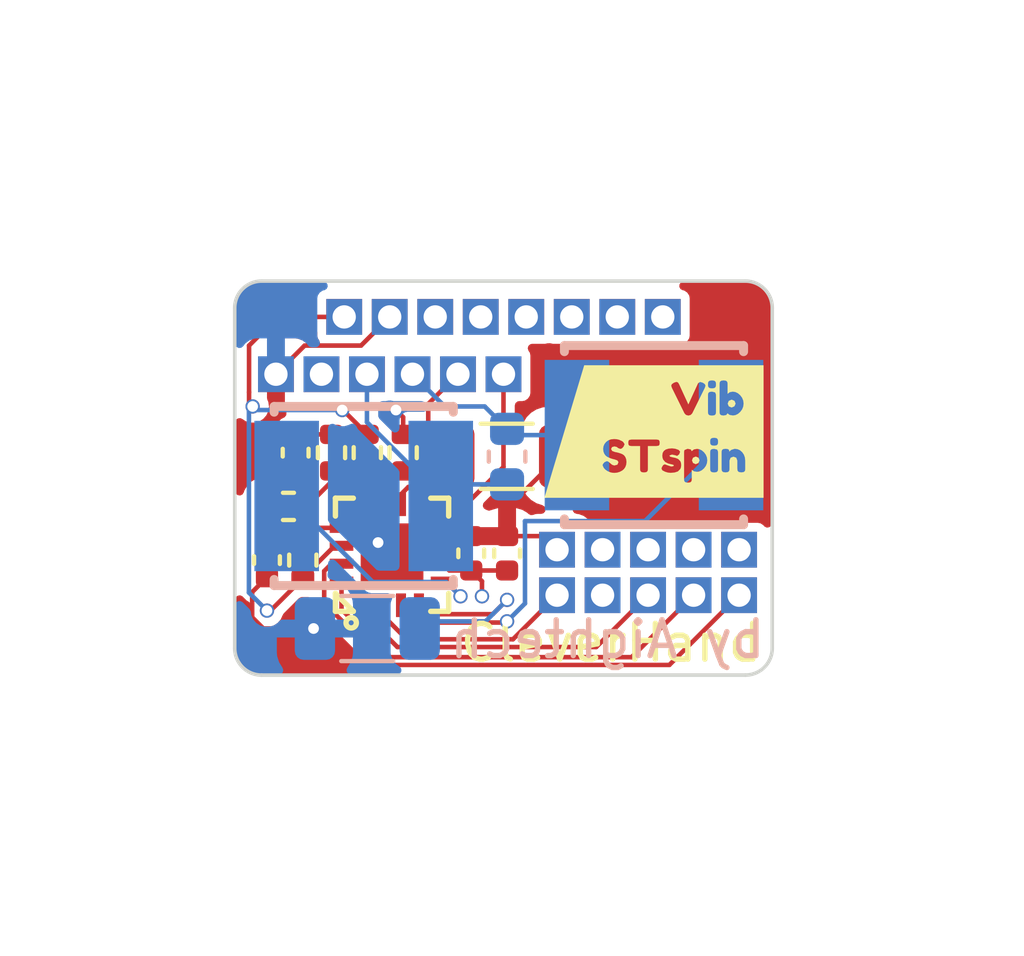
<source format=kicad_pcb>
(kicad_pcb (version 20240108) (generator "pcbnew") (generator_version "8.0")
  (title_block (title "EMG ADS1293") (date "2024-03-30") (rev "1.0") (company "Aightech"))
  (layers (0 "F.Cu" signal "Front") (1 "In1.Cu" signal) (2 "In2.Cu" signal) (31 "B.Cu" signal "Back") (34 "B.Paste" user) (35 "F.Paste" user) (36 "B.SilkS" user "B.Silkscreen") (37 "F.SilkS" user "F.Silkscreen") (38 "B.Mask" user) (39 "F.Mask" user) (44 "Edge.Cuts" user))
  (net 0 "")
  (net 1 "GND")
  (net 2 "+3.3V")
  (net 3 "/extRef")
  (net 5 "/POCI")
  (net 6 "/PICO")
  (net 7 "/SCLK")
  (net 8 "/CSB")
  (net 9 "VCC")
  (net 10 "Net-(C5-Pad1)")
  (net 11 "/OUTA2")
  (net 12 "/OUTA1")
  (net 13 "/SWCLK")
  (net 14 "/SWDIO")
  (net 15 "/OA1")
  (net 16 "/OA2")
  (net 17 "/OB1")
  (net 18 "/OB2")
  (net 19 "/senseA")
  (net 20 "/senseB")
  (net 21 "/toff")
  (net 22 "/Vref")
  (net 23 "Net-(U3-EN\\FAULT)")
  (net 24 "/PICO_ARM")
  (net 25 "/SCLK_ARM")
  (net 26 "/SPICS_ARM")
  (net 27 "/i2C_SCL")
  (net 28 "/I2C_SDA")
  (net 29 "/AIN0")
  (footprint "Resistor_SMD:R_0402_1005Metric" (layer "F.Cu") (at 27.2 33.790001 90)
    (property "Reference" "R7" (hide yes))
    (property "Value" "1k" (hide yes))
    (fp_line (start -0.153641 -0.38) (end 0.153641 -0.38) (stroke (width 0.12)) (layer "F.SilkS"))
    (fp_line (start -0.153641 0.38) (end 0.153641 0.38) (stroke (width 0.12)) (layer "F.SilkS"))
    (pad "1" smd roundrect (at -0.509999 0 90) (size 0.54 0.64) (layers "F.Cu" "F.Paste" "F.Mask") (net 22 "/Vref"))
    (pad "2" smd roundrect (at 0.509999 0 90) (size 0.54 0.64) (layers "F.Cu" "F.Paste" "F.Mask") (net 1 "GND"))
  )
  (footprint "Resistor_SMD:R_0402_1005Metric" (layer "F.Cu") (at 24.4 36.790001 -90)
    (property "Reference" "R5" (hide yes))
    (property "Value" "18k" (hide yes))
    (fp_line (start -0.153641 0.38) (end 0.153641 0.38) (stroke (width 0.12)) (layer "F.SilkS"))
    (fp_line (start -0.153641 -0.38) (end 0.153641 -0.38) (stroke (width 0.12)) (layer "F.SilkS"))
    (pad "1" smd roundrect (at -0.509999 0 270) (size 0.54 0.64) (layers "F.Cu" "F.Paste" "F.Mask") (net 23 "Net-(U3-EN\\FAULT)"))
    (pad "2" smd roundrect (at 0.509999 0 270) (size 0.54 0.64) (layers "F.Cu" "F.Paste" "F.Mask") (net 2 "+3.3V"))
  )
  (footprint "00_custom-footprints:PinHeader_1x01_P1.27mm_Vertical" (layer "F.Cu") (at 34.445 30)
    (property "Reference" "J8" (hide yes))
    (property "Value" "Conn_01x01_Pin" (hide yes))
    (pad "1" thru_hole rect (at 0 0) (size 1 1) (drill 0.65) (layers "*.Cu" "*.Mask") (net 3 "/extRef"))
  )
  (footprint "Resistor_SMD:R_0402_1005Metric" (layer "F.Cu") (at 25.2 33.790001 90)
    (property "Reference" "R3" (hide yes))
    (property "Value" "1k" (hide yes))
    (fp_line (start -0.153641 -0.38) (end 0.153641 -0.38) (stroke (width 0.12)) (layer "F.SilkS"))
    (fp_line (start -0.153641 0.38) (end 0.153641 0.38) (stroke (width 0.12)) (layer "F.SilkS"))
    (pad "1" smd roundrect (at -0.509999 0 90) (size 0.54 0.64) (layers "F.Cu" "F.Paste" "F.Mask") (net 21 "/toff"))
    (pad "2" smd roundrect (at 0.509999 0 90) (size 0.54 0.64) (layers "F.Cu" "F.Paste" "F.Mask") (net 10 "Net-(C5-Pad1)"))
  )
  (footprint "00_custom-footprints:PinHeader_1x01_P1.27mm_Vertical" (layer "F.Cu") (at 24.92 31.6)
    (property "Reference" "J23" (hide yes))
    (property "Value" "Conn_01x01_Pin")
    (pad "1" thru_hole rect (at 0 0) (size 1 1) (drill 0.65) (layers "*.Cu" "*.Mask") (net 9 "VCC"))
  )
  (footprint "00_custom-footprints:PinHeader_1x01_P1.27mm_Vertical" (layer "F.Cu") (at 28.73 31.6)
    (property "Reference" "J21" (hide yes))
    (property "Value" "Conn_01x01_Pin" (hide yes))
    (pad "1" thru_hole rect (at 0 0) (size 1 1) (drill 0.65) (layers "*.Cu" "*.Mask") (net 17 "/OB1"))
  )
  (footprint "00_custom-footprints:PinHeader_1x01_P1.27mm_Vertical" (layer "F.Cu") (at 30.635 30)
    (property "Reference" "J5" (hide yes))
    (property "Value" "Conn_01x01_Pin" (hide yes))
    (pad "1" thru_hole rect (at 0 0) (size 1 1) (drill 0.65) (layers "*.Cu" "*.Mask") (net 6 "/PICO"))
  )
  (footprint "00_custom-footprints:PinHeader_1x01_P1.27mm_Vertical" (layer "F.Cu") (at 31.495 37.77)
    (property "Reference" "J16" (hide yes))
    (property "Value" "Conn_01x01_Pin" (hide yes))
    (pad "1" thru_hole rect (at 0 0) (size 1 1) (drill 0.65) (layers "*.Cu" "*.Mask") (net 29 "/AIN0"))
  )
  (footprint "00_custom-footprints:PinHeader_1x01_P1.27mm_Vertical" (layer "F.Cu") (at 25.555 30)
    (property "Reference" "J1" (hide yes))
    (property "Value" "Conn_01x01_Pin" (hide yes))
    (pad "1" thru_hole rect (at 0 0) (size 1 1) (drill 0.65) (layers "*.Cu" "*.Mask") (net 2 "+3.3V"))
  )
  (footprint "Capacitor_SMD:C_0402_1005Metric" (layer "F.Cu") (at 29.1 36.6 90)
    (property "Reference" "C3" (hide yes))
    (property "Value" "2.2uF" (hide yes))
    (fp_line (start -0.107836 -0.36) (end 0.107836 -0.36) (stroke (width 0.12)) (layer "F.SilkS"))
    (fp_line (start -0.107836 0.36) (end 0.107836 0.36) (stroke (width 0.12)) (layer "F.SilkS"))
    (pad "1" smd roundrect (at -0.48 0 90) (size 0.56 0.62) (layers "F.Cu" "F.Paste" "F.Mask") (net 9 "VCC"))
    (pad "2" smd roundrect (at 0.48 0 90) (size 0.56 0.62) (layers "F.Cu" "F.Paste" "F.Mask") (net 1 "GND"))
  )
  (footprint "kibuzzard-66089A17" (layer "F.Cu") (at 34.2 33.2)
    (property "Reference" "kibuzzard-66089A17" (hide yes))
    (property "Value" "G***" (hide yes))
    (fp_poly (pts (xy 1.087573 0.731561) (xy 1.058794 0.805383) (xy 1.088198 0.87858) (xy 1.163272 0.911738) (xy 1.240848 0.879206) (xy 1.272755 0.805383) (xy 1.242725 0.730935) (xy 1.164523 0.697777) (xy 1.087573 0.731561)) (fill solid) (layer "F.SilkS"))
    (fp_poly (pts (xy 2.086634 -0.703345) (xy 2.164739 -0.669055) (xy 2.244749 -0.703345) (xy 2.277769 -0.779545) (xy 2.247289 -0.85638) (xy 2.166009 -0.891305) (xy 2.085364 -0.855745) (xy 2.055519 -0.77891) (xy 2.086634 -0.703345)) (fill solid) (layer "F.SilkS"))
    (fp_poly (pts (xy -1.43491 -1.850579) (xy -1.94754 -1.850579) (xy -3.057888 1.850579) (xy -1.94754 1.850579) (xy -1.43491 1.850579) (xy -1.102083 1.850579) (xy -1.102083 1.154477) (xy -1.159326 1.15088) (xy -1.213442 1.140088) (xy -1.298526 1.104428) (xy -1.354831 1.065014) (xy -1.391117 1.026851) (xy -1.402378 1.013088) (xy -1.43491 0.941142) (xy -1.421459 0.904074) (xy -1.381107 0.856684) (xy -1.314792 0.826654) (xy -1.272876 0.842295) (xy -1.217196 0.889216) (xy -1.167147 0.929881) (xy -1.107087 0.949275) (xy -1.019814 0.925502) (xy -0.990723 0.854181) (xy -1.022629 0.806009) (xy -1.102083 0.777856) (xy -1.151506 0.766439) (xy -1.204684 0.749704) (xy -1.257861 0.728589) (xy -1.307285 0.704034) (xy -1.350921 0.670094) (xy -1.386738 0.620827) (xy -1.410668 0.558109) (xy -1.418644 0.483817) (xy -1.409538 0.413539) (xy -1.382219 0.349518) (xy -1.336688 0.291753) (xy -1.275448 0.246222) (xy -1.200999 0.218903) (xy -1.113344 0.209797) (xy -1.041554 0.214646) (xy -0.976334 0.229191) (xy -0.890624 0.268605) (xy -0.859344 0.292378) (xy -0.820555 0.353689) (xy -0.850585 0.422506) (xy -0.893752 0.469428) (xy -0.938171 0.485068) (xy -1.003235 0.460043) (xy -1.017624 0.447531) (xy -1.037019 0.431265) (xy -1.103959 0.414999) (xy -1.171526 0.434393) (xy -1.198427 0.488196) (xy -1.166521 0.543876) (xy -1.087068 0.572654) (xy -1.037331 0.582195) (xy -0.983216 0.595802) (xy -0.9291 0.613163) (xy -0.879363 0.633965) (xy -0.835727 0.664776) (xy -0.79991 0.712167) (xy -0.77598 0.774259) (xy -0.768004 0.849176) (xy -0.776137 0.925658) (xy -0.800536 0.992442) (xy -0.838073 1.04734) (xy -0.885619 1.088162) (xy -0.954715 1.125003) (xy -1.02687 1.147109) (xy -1.102083 1.154477) (xy -1.102083 1.850579) (xy -0.280023 1.850579) (xy -0.280023 1.141965) (xy -0.341959 1.134457) (xy -0.374491 1.108807) (xy -0.385752 1.076275) (xy -0.387629 1.033107) (xy -0.387629 0.404989) (xy -0.627866 0.404989) (xy -0.686674 0.395605) (xy -0.711698 0.366201) (xy -0.717954 0.313649) (xy -0.711698 0.261723) (xy -0.690427 0.234822) (xy -0.626615 0.223561) (xy 0.06907 0.223561) (xy 0.127878 0.232945) (xy 0.152903 0.262349) (xy 0.159159 0.314901) (xy 0.152903 0.366827) (xy 0.131632 0.393728) (xy 0.067819 0.404989) (xy -0.171166 0.404989) (xy -0.171166 1.034359) (xy -0.173043 1.076901) (xy -0.184304 1.108807) (xy -0.217462 1.134457) (xy -0.280023 1.141965) (xy -0.280023 1.850579) (xy 0.465085 1.850579) (xy 0.465085 1.153226) (xy 0.385632 1.14544) (xy 0.308264 1.122084) (xy 0.232981 1.083157) (xy 0.209208 1.03561) (xy 0.221095 0.994632) (xy 0.256755 0.936763) (xy 0.301174 0.915492) (xy 0.384381 0.946147) (xy 0.479474 0.976802) (xy 0.536718 0.969295) (xy 0.555799 0.946772) (xy 0.534841 0.926127) (xy 0.471967 0.911738) (xy 0.393452 0.891405) (xy 0.315563 0.85293) (xy 0.255504 0.782236) (xy 0.237674 0.729527) (xy 0.23173 0.667748) (xy 0.242591 0.596578) (xy 0.275173 0.541223) (xy 0.329476 0.501684) (xy 0.405501 0.477961) (xy 0.503248 0.470053) (xy 0.593336 0.480689) (xy 0.685927 0.512595) (xy 0.72972 0.562644) (xy 0.702193 0.636467) (xy 0.645888 0.68026) (xy 0.590208 0.661492) (xy 0.501996 0.642723) (xy 0.428174 0.67025) (xy 0.449445 0.701218) (xy 0.513257 0.719048) (xy 0.594587 0.735314) (xy 0.673415 0.766595) (xy 0.7341 0.82728) (xy 0.752399 0.875922) (xy 0.758499 0.935511) (xy 0.752399 0.995727) (xy 0.7341 1.046245) (xy 0.665908 1.114438) (xy 0.575663 1.143529) (xy 0.465085 1.153226) (xy 0.465085 1.850579) (xy 0.947435 1.850579) (xy 0.947435 1.427245) (xy 0.885499 1.419738) (xy 0.852967 1.394713) (xy 0.841706 1.363433) (xy 0.839829 1.320891) (xy 0.839829 0.590172) (xy 0.841706 0.54763) (xy 0.852341 0.516349) (xy 0.936174 0.482566) (xy 0.965859 0.488171) (xy 0.965859 -0.446805) (xy 0.953159 -0.446805) (xy 0.892834 -0.46395) (xy 0.850289 -0.509035) (xy 0.499769 -1.220235) (xy 0.480719 -1.281195) (xy 0.499452 -1.32374) (xy 0.555649 -1.362475) (xy 0.619784 -1.384065) (xy 0.653439 -1.378985) (xy 0.675029 -1.361205) (xy 0.695984 -1.32755) (xy 0.71297 -1.29199) (xy 0.744879 -1.22214) (xy 0.785678 -1.132447) (xy 0.829334 -1.037355) (xy 0.873149 -0.942264) (xy 0.914424 -0.85257) (xy 0.945698 -0.784784) (xy 0.959509 -0.755415) (xy 1.213509 -1.311675) (xy 1.231289 -1.349775) (xy 1.287169 -1.384065) (xy 1.362099 -1.362475) (xy 1.418297 -1.32374) (xy 1.437029 -1.281195) (xy 1.417979 -1.220235) (xy 1.067459 -0.509035) (xy 1.024914 -0.46395) (xy 0.965859 -0.446805) (xy 0.965859 0.488171) (xy 1.025637 0.499457) (xy 1.052538 0.548881) (xy 1.113692 0.500083) (xy 1.20206 0.483817) (xy 1.268862 0.494522) (xy 1.333301 0.526637) (xy 1.395376 0.580162) (xy 1.44612 0.647867) (xy 1.476567 0.722524) (xy 1.486715 0.804132) (xy 1.476636 0.88574) (xy 1.446398 0.960397) (xy 1.396001 1.028103) (xy 1.334204 1.081627) (xy 1.269766 1.113742) (xy 1.202686 1.124447) (xy 1.114161 1.110058) (xy 1.053789 1.066891) (xy 1.053789 1.319639) (xy 1.051913 1.362181) (xy 1.040651 1.394088) (xy 1.008745 1.419738) (xy 0.947435 1.427245) (xy 0.947435 1.850579) (xy 1.676903 1.850579) (xy 1.676903 1.141965) (xy 1.613403 1.133519) (xy 1.580558 1.108181) (xy 1.569922 1.075649) (xy 1.568046 1.031856) (xy 1.568046 0.592674) (xy 1.569922 0.549506) (xy 1.580558 0.516349) (xy 1.613715 0.49195) (xy 1.677528 0.483896) (xy 1.677528 0.393728) (xy 1.614341 0.386221) (xy 1.581183 0.359945) (xy 1.569922 0.326787) (xy 1.568046 0.28362) (xy 1.569922 0.240452) (xy 1.580558 0.208546) (xy 1.613715 0.183208) (xy 1.617369 0.18273) (xy 1.617369 -0.445535) (xy 1.552917 -0.454108) (xy 1.519579 -0.479825) (xy 1.508784 -0.512845) (xy 1.506879 -0.557295) (xy 1.506879 -1.003065) (xy 1.508784 -1.04688) (xy 1.519579 -1.080535) (xy 1.553234 -1.1053) (xy 1.618004 -1.113475) (xy 1.618004 -1.204995) (xy 1.553869 -1.212615) (xy 1.520214 -1.239285) (xy 1.508784 -1.27294) (xy 1.506879 -1.316755) (xy 1.508784 -1.36057) (xy 1.519579 -1.392955) (xy 1.553234 -1.418673) (xy 1.618639 -1.427245) (xy 1.682774 -1.418673) (xy 1.715159 -1.392955) (xy 1.727224 -1.3593) (xy 1.729129 -1.315485) (xy 1.727224 -1.27167) (xy 1.715794 -1.23865) (xy 1.682139 -1.212615) (xy 1.618004 -1.204995) (xy 1.618004 -1.113475) (xy 1.618639 -1.113555) (xy 1.704999 -1.091965) (xy 1.727859 -1.037355) (xy 1.729129 -1.000525) (xy 1.729129 -0.556025) (xy 1.727224 -0.51221) (xy 1.715159 -0.478555) (xy 1.682457 -0.45379) (xy 1.617369 -0.445535) (xy 1.617369 0.18273) (xy 1.678154 0.174763) (xy 1.741341 0.183208) (xy 1.773248 0.208546) (xy 1.785134 0.241704) (xy 1.787011 0.284871) (xy 1.785134 0.328038) (xy 1.773873 0.360571) (xy 1.740715 0.386221) (xy 1.677528 0.393728) (xy 1.677528 0.483896) (xy 1.678154 0.483817) (xy 1.763238 0.505088) (xy 1.78576 0.558891) (xy 1.787011 0.595176) (xy 1.787011 1.033107) (xy 1.785134 1.076275) (xy 1.773248 1.109433) (xy 1.741028 1.133832) (xy 1.676903 1.141965) (xy 1.676903 1.850579) (xy 2.435149 1.850579) (xy 2.435149 1.140713) (xy 2.36508 1.129139) (xy 2.332548 1.094418) (xy 2.325041 1.030605) (xy 2.325041 0.810388) (xy 2.295637 0.730309) (xy 2.216809 0.701531) (xy 2.13673 0.731561) (xy 2.106075 0.810388) (xy 2.106075 1.031856) (xy 2.104198 1.075024) (xy 2.092312 1.10693) (xy 2.060092 1.132268) (xy 1.995967 1.140713) (xy 1.932467 1.132268) (xy 1.899622 1.10693) (xy 1.888986 1.073772) (xy 1.88711 1.030605) (xy 1.88711 0.587669) (xy 1.888986 0.545753) (xy 1.900873 0.513846) (xy 1.933718 0.490386) (xy 1.941219 0.489462) (xy 1.941219 -0.446805) (xy 1.876767 -0.455378) (xy 1.843429 -0.481095) (xy 1.832634 -0.51475) (xy 1.830729 -0.558565) (xy 1.830729 -1.316755) (xy 1.832634 -1.36057) (xy 1.843429 -1.392955) (xy 1.877084 -1.418673) (xy 1.942489 -1.427245) (xy 2.006624 -1.418673) (xy 2.039009 -1.392955) (xy 2.051074 -1.3593) (xy 2.052979 -1.315485) (xy 2.052979 -1.051325) (xy 2.114574 -1.097998) (xy 2.197759 -1.113555) (xy 2.271066 -1.102408) (xy 2.340281 -1.068964) (xy 2.405404 -1.013225) (xy 2.457968 -0.94274) (xy 2.489506 -0.865059) (xy 2.500019 -0.78018) (xy 2.489577 -0.695373) (xy 2.45825 -0.617903) (xy 2.406039 -0.54777) (xy 2.341834 -0.492384) (xy 2.274524 -0.459153) (xy 2.204109 -0.448075) (xy 2.111717 -0.463315) (xy 2.050439 -0.509035) (xy 2.018054 -0.462363) (xy 1.941219 -0.446805) (xy 1.941219 0.489462) (xy 1.997218 0.482566) (xy 2.058841 0.48976) (xy 2.09106 0.511344) (xy 2.103573 0.562644) (xy 2.126095 0.53762) (xy 2.159878 0.511344) (xy 2.25372 0.482566) (xy 2.332478 0.493201) (xy 2.401922 0.525107) (xy 2.46205 0.578285) (xy 2.508277 0.646755) (xy 2.536012 0.72454) (xy 2.545257 0.811639) (xy 2.545257 1.031856) (xy 2.543381 1.075024) (xy 2.532745 1.10693) (xy 2.499587 1.132268) (xy 2.435149 1.140713) (xy 2.435149 1.850579) (xy 2.545257 1.850579) (xy 3.057888 1.850579) (xy 3.057888 -1.850579) (xy 2.545257 -1.850579) (xy -1.43491 -1.850579)) (fill solid) (layer "F.SilkS"))
  )
  (footprint "00_custom-footprints:PinHeader_1x01_P1.27mm_Vertical" (layer "F.Cu") (at 31.495 36.5)
    (property "Reference" "J18" (hide yes))
    (property "Value" "Conn_01x01_Pin" (hide yes))
    (pad "1" thru_hole rect (at 0 0) (size 1 1) (drill 0.65) (layers "*.Cu" "*.Mask") (net 1 "GND"))
  )
  (footprint "00_custom-footprints:PinHeader_1x01_P1.27mm_Vertical" (layer "F.Cu") (at 36.575 36.5 180)
    (property "Reference" "J9" (hide yes))
    (property "Value" "Conn_01x01_Pin" (hide yes))
    (pad "1" thru_hole rect (at 0 0 180) (size 1 1) (drill 0.65) (layers "*.Cu" "*.Mask") (net 13 "/SWCLK"))
  )
  (footprint "00_custom-footprints:PinHeader_1x01_P1.27mm_Vertical" (layer "F.Cu") (at 26.825 30)
    (property "Reference" "J2" (hide yes))
    (property "Value" "Conn_01x01_Pin" (hide yes))
    (pad "1" thru_hole rect (at 0 0) (size 1 1) (drill 0.65) (layers "*.Cu" "*.Mask") (net 1 "GND"))
  )
  (footprint "00_custom-footprints:PinHeader_1x01_P1.27mm_Vertical" (layer "F.Cu") (at 30 31.6)
    (property "Reference" "J22" (hide yes))
    (property "Value" "Conn_01x01_Pin" (hide yes))
    (pad "1" thru_hole rect (at 0 0) (size 1 1) (drill 0.65) (layers "*.Cu" "*.Mask") (net 18 "/OB2"))
  )
  (footprint "00_custom-footprints:PinHeader_1x01_P1.27mm_Vertical" (layer "F.Cu") (at 33.175 30 180)
    (property "Reference" "J7" (hide yes))
    (property "Value" "Conn_01x01_Pin" (hide yes))
    (pad "1" thru_hole rect (at 0 0 180) (size 1 1) (drill 0.65) (layers "*.Cu" "*.Mask"))
  )
  (footprint "00_lcsc:QFN-16_L3.0-W3.0-P0.50-BL-EP1.7" (layer "F.Cu") (at 26.89 36.640001)
    (property "Reference" "U3" (hide yes))
    (property "Value" "STSPIN240" (hide yes))
    (fp_line (start -1.58 -1.58) (end -1.08 -1.58) (stroke (width 0.15)) (layer "F.SilkS"))
    (fp_line (start -1.58 -1.08) (end -1.58 -1.58) (stroke (width 0.15)) (layer "F.SilkS"))
    (fp_line (start -1.58 1.08) (end -1.58 1.58) (stroke (width 0.15)) (layer "F.SilkS"))
    (fp_line (start -1.58 1.58) (end -1.08 1.58) (stroke (width 0.15)) (layer "F.SilkS"))
    (fp_line (start -1.08 1.58) (end -1.58 1.08) (stroke (width 0.15)) (layer "F.SilkS"))
    (fp_line (start 1.58 -1.58) (end 1.08 -1.58) (stroke (width 0.15)) (layer "F.SilkS"))
    (fp_line (start 1.58 -1.08) (end 1.58 -1.58) (stroke (width 0.15)) (layer "F.SilkS"))
    (fp_line (start 1.58 1.08) (end 1.58 1.58) (stroke (width 0.15)) (layer "F.SilkS"))
    (fp_line (start 1.58 1.58) (end 1.08 1.58) (stroke (width 0.15)) (layer "F.SilkS"))
    (fp_circle (center -1.14 1.9) (end -1.07 1.9) (stroke (width 0.15)) (fill none) (layer "F.SilkS"))
    (pad "1" smd rect (at -0.75 1.41) (size 0.28 0.66) (layers "F.Cu" "F.Paste" "F.Mask") (net 26 "/SPICS_ARM"))
    (pad "2" smd rect (at -0.25 1.41) (size 0.28 0.66) (layers "F.Cu" "F.Paste" "F.Mask") (net 29 "/AIN0"))
    (pad "3" smd rect (at 0.25 1.41) (size 0.28 0.66) (layers "F.Cu" "F.Paste" "F.Mask") (net 15 "/OA1"))
    (pad "4" smd rect (at 0.75 1.41) (size 0.28 0.66) (layers "F.Cu" "F.Paste" "F.Mask") (net 19 "/senseA"))
    (pad "5" smd rect (at 1.41 0.75) (size 0.66 0.28) (layers "F.Cu" "F.Paste" "F.Mask") (net 16 "/OA2"))
    (pad "6" smd rect (at 1.41 0.25) (size 0.66 0.28) (layers "F.Cu" "F.Paste" "F.Mask") (net 9 "VCC"))
    (pad "7" smd rect (at 1.41 -0.25) (size 0.66 0.28) (layers "F.Cu" "F.Paste" "F.Mask") (net 1 "GND"))
    (pad "8" smd rect (at 1.41 -0.75) (size 0.66 0.28) (layers "F.Cu" "F.Paste" "F.Mask") (net 18 "/OB2"))
    (pad "9" smd rect (at 0.75 -1.41) (size 0.28 0.66) (layers "F.Cu" "F.Paste" "F.Mask") (net 20 "/senseB"))
    (pad "10" smd rect (at 0.25 -1.41) (size 0.28 0.66) (layers "F.Cu" "F.Paste" "F.Mask") (net 17 "/OB1"))
    (pad "11" smd rect (at -0.25 -1.41) (size 0.28 0.66) (layers "F.Cu" "F.Paste" "F.Mask") (net 22 "/Vref"))
    (pad "12" smd rect (at -0.75 -1.41) (size 0.28 0.66) (layers "F.Cu" "F.Paste" "F.Mask") (net 21 "/toff"))
    (pad "13" smd rect (at -1.41 -0.75) (size 0.66 0.28) (layers "F.Cu" "F.Paste" "F.Mask") (net 23 "Net-(U3-EN\\FAULT)"))
    (pad "14" smd rect (at -1.41 -0.25) (size 0.66 0.28) (layers "F.Cu" "F.Paste" "F.Mask") (net 2 "+3.3V"))
    (pad "15" smd rect (at -1.41 0.25) (size 0.66 0.28) (layers "F.Cu" "F.Paste" "F.Mask") (net 28 "/I2C_SDA"))
    (pad "16" smd rect (at -1.41 0.75) (size 0.66 0.28) (layers "F.Cu" "F.Paste" "F.Mask") (net 27 "/i2C_SCL"))
    (pad "17" smd rect (at 0 0) (size 1.75 1.75) (layers "F.Cu" "F.Paste" "F.Mask") (net 1 "GND"))
  )
  (footprint "00_custom-footprints:PinHeader_1x01_P1.27mm_Vertical" (layer "F.Cu") (at 28.095 30)
    (property "Reference" "J3" (hide yes))
    (property "Value" "Conn_01x01_Pin" (hide yes))
    (pad "1" thru_hole rect (at 0 0) (size 1 1) (drill 0.65) (layers "*.Cu" "*.Mask"))
  )
  (footprint "00_custom-footprints:PinHeader_1x01_P1.27mm_Vertical" (layer "F.Cu") (at 23.65 31.6)
    (property "Reference" "J24" (hide yes))
    (property "Value" "Conn_01x01_Pin")
    (pad "1" thru_hole rect (at 0 0) (size 1 1) (drill 0.65) (layers "*.Cu" "*.Mask") (net 1 "GND"))
  )
  (footprint "00_custom-footprints:PinHeader_1x01_P1.27mm_Vertical" (layer "F.Cu") (at 36.575 37.77)
    (property "Reference" "J15" (hide yes))
    (property "Value" "Conn_01x01_Pin" (hide yes))
    (pad "1" thru_hole rect (at 0 0) (size 1 1) (drill 0.65) (layers "*.Cu" "*.Mask") (net 28 "/I2C_SDA"))
  )
  (footprint "Capacitor_SMD:C_0402_1005Metric" (layer "F.Cu") (at 23.4 36.790001 -90)
    (property "Reference" "C6" (hide yes))
    (property "Value" "10nF" (hide yes))
    (fp_line (start -0.107836 0.36) (end 0.107836 0.36) (stroke (width 0.12)) (layer "F.SilkS"))
    (fp_line (start -0.107836 -0.36) (end 0.107836 -0.36) (stroke (width 0.12)) (layer "F.SilkS"))
    (pad "1" smd roundrect (at -0.48 0 270) (size 0.56 0.62) (layers "F.Cu" "F.Paste" "F.Mask") (net 23 "Net-(U3-EN\\FAULT)"))
    (pad "2" smd roundrect (at 0.48 0 270) (size 0.56 0.62) (layers "F.Cu" "F.Paste" "F.Mask") (net 1 "GND"))
  )
  (footprint "Capacitor_SMD:C_0402_1005Metric" (layer "F.Cu") (at 24.2 33.790001 -90)
    (property "Reference" "C5" (hide yes))
    (property "Value" "22nF" (hide yes))
    (fp_line (start -0.107836 0.36) (end 0.107836 0.36) (stroke (width 0.12)) (layer "F.SilkS"))
    (fp_line (start -0.107836 -0.36) (end 0.107836 -0.36) (stroke (width 0.12)) (layer "F.SilkS"))
    (pad "1" smd roundrect (at -0.48 0 270) (size 0.56 0.62) (layers "F.Cu" "F.Paste" "F.Mask") (net 10 "Net-(C5-Pad1)"))
    (pad "2" smd roundrect (at 0.48 0 270) (size 0.56 0.62) (layers "F.Cu" "F.Paste" "F.Mask") (net 1 "GND"))
  )
  (footprint "00_custom-footprints:PinHeader_1x01_P1.27mm_Vertical" (layer "F.Cu") (at 35.305 36.5 180)
    (property "Reference" "J10" (hide yes))
    (property "Value" "Conn_01x01_Pin" (hide yes))
    (pad "1" thru_hole rect (at 0 0 180) (size 1 1) (drill 0.65) (layers "*.Cu" "*.Mask") (net 14 "/SWDIO"))
  )
  (footprint "00_custom-footprints:PinHeader_1x01_P1.27mm_Vertical" (layer "F.Cu") (at 35.305 37.77)
    (property "Reference" "J14" (hide yes))
    (property "Value" "Conn_01x01_Pin" (hide yes))
    (pad "1" thru_hole rect (at 0 0) (size 1 1) (drill 0.65) (layers "*.Cu" "*.Mask") (net 27 "/i2C_SCL"))
  )
  (footprint "00_custom-footprints:PinHeader_1x01_P1.27mm_Vertical" (layer "F.Cu") (at 26.19 31.6)
    (property "Reference" "J20" (hide yes))
    (property "Value" "Conn_01x01_Pin" (hide yes))
    (pad "1" thru_hole rect (at 0 0) (size 1 1) (drill 0.65) (layers "*.Cu" "*.Mask") (net 11 "/OUTA2"))
  )
  (footprint "00_custom-footprints:PinHeader_1x01_P1.27mm_Vertical" (layer "F.Cu") (at 27.46 31.6)
    (property "Reference" "J19" (hide yes))
    (property "Value" "Conn_01x01_Pin" (hide yes))
    (pad "1" thru_hole rect (at 0 0) (size 1 1) (drill 0.65) (layers "*.Cu" "*.Mask") (net 12 "/OUTA1"))
  )
  (footprint "Resistor_SMD:R_0402_1005Metric" (layer "F.Cu") (at 24 35.290001 180)
    (property "Reference" "R4" (hide yes))
    (property "Value" "47k" (hide yes))
    (fp_line (start -0.153641 0.38) (end 0.153641 0.38) (stroke (width 0.12)) (layer "F.SilkS"))
    (fp_line (start -0.153641 -0.38) (end 0.153641 -0.38) (stroke (width 0.12)) (layer "F.SilkS"))
    (pad "1" smd roundrect (at -0.509999 0 180) (size 0.54 0.64) (layers "F.Cu" "F.Paste" "F.Mask") (net 21 "/toff"))
    (pad "2" smd roundrect (at 0.509999 0 180) (size 0.54 0.64) (layers "F.Cu" "F.Paste" "F.Mask") (net 1 "GND"))
  )
  (footprint "Resistor_SMD:R_0402_1005Metric" (layer "F.Cu") (at 26.2 33.790001 -90)
    (property "Reference" "R6" (hide yes))
    (property "Value" "1k" (hide yes))
    (fp_line (start -0.153641 0.38) (end 0.153641 0.38) (stroke (width 0.12)) (layer "F.SilkS"))
    (fp_line (start -0.153641 -0.38) (end 0.153641 -0.38) (stroke (width 0.12)) (layer "F.SilkS"))
    (pad "1" smd roundrect (at -0.509999 0 270) (size 0.54 0.64) (layers "F.Cu" "F.Paste" "F.Mask") (net 2 "+3.3V"))
    (pad "2" smd roundrect (at 0.509999 0 270) (size 0.54 0.64) (layers "F.Cu" "F.Paste" "F.Mask") (net 22 "/Vref"))
  )
  (footprint "00_custom-footprints:PinHeader_1x01_P1.27mm_Vertical" (layer "F.Cu") (at 32.765 36.5)
    (property "Reference" "J12" (hide yes))
    (property "Value" "Conn_01x01_Pin" (hide yes))
    (pad "1" thru_hole rect (at 0 0) (size 1 1) (drill 0.65) (layers "*.Cu" "*.Mask") (net 25 "/SCLK_ARM"))
  )
  (footprint "00_custom-footprints:PinHeader_1x01_P1.27mm_Vertical" (layer "F.Cu") (at 29.365 30)
    (property "Reference" "J4" (hide yes))
    (property "Value" "Conn_01x01_Pin" (hide yes))
    (pad "1" thru_hole rect (at 0 0) (size 1 1) (drill 0.65) (layers "*.Cu" "*.Mask") (net 5 "/POCI"))
  )
  (footprint "00_custom-footprints:PinHeader_1x01_P1.27mm_Vertical" (layer "F.Cu") (at 32.765 37.77)
    (property "Reference" "J17" (hide yes))
    (property "Value" "Conn_01x01_Pin" (hide yes))
    (pad "1" thru_hole rect (at 0 0) (size 1 1) (drill 0.65) (layers "*.Cu" "*.Mask") (net 8 "/CSB"))
  )
  (footprint "Capacitor_SMD:C_0402_1005Metric" (layer "F.Cu") (at 30.1 36.6 90)
    (property "Reference" "C4" (hide yes))
    (property "Value" "22uF" (hide yes))
    (fp_line (start -0.107836 -0.36) (end 0.107836 -0.36) (stroke (width 0.12)) (layer "F.SilkS"))
    (fp_line (start -0.107836 0.36) (end 0.107836 0.36) (stroke (width 0.12)) (layer "F.SilkS"))
    (pad "1" smd roundrect (at -0.48 0 90) (size 0.56 0.62) (layers "F.Cu" "F.Paste" "F.Mask") (net 9 "VCC"))
    (pad "2" smd roundrect (at 0.48 0 90) (size 0.56 0.62) (layers "F.Cu" "F.Paste" "F.Mask") (net 1 "GND"))
  )
  (footprint "00_custom-footprints:PinHeader_1x01_P1.27mm_Vertical" (layer "F.Cu") (at 31.905 30)
    (property "Reference" "J6" (hide yes))
    (property "Value" "Conn_01x01_Pin" (hide yes))
    (pad "1" thru_hole rect (at 0 0) (size 1 1) (drill 0.65) (layers "*.Cu" "*.Mask") (net 7 "/SCLK"))
  )
  (footprint "Resistor_SMD:R_1206_3216Metric" (layer "F.Cu") (at 30.09 33.892501)
    (property "Reference" "R2" (hide yes))
    (property "Value" "0.33" (hide yes))
    (fp_line (start -0.727064 -0.91) (end 0.727064 -0.91) (stroke (width 0.12)) (layer "F.SilkS"))
    (fp_line (start -0.727064 0.91) (end 0.727064 0.91) (stroke (width 0.12)) (layer "F.SilkS"))
    (pad "1" smd roundrect (at -1.4625 0) (size 1.125 1.75) (layers "F.Cu" "F.Paste" "F.Mask") (roundrect_rratio 0.222222) (net 20 "/senseB"))
    (pad "2" smd roundrect (at 1.4625 0) (size 1.125 1.75) (layers "F.Cu" "F.Paste" "F.Mask") (roundrect_rratio 0.222222) (net 1 "GND"))
  )
  (footprint "00_custom-footprints:PinHeader_1x01_P1.27mm_Vertical" (layer "F.Cu") (at 34.035 36.5 180)
    (property "Reference" "J11" (hide yes))
    (property "Value" "Conn_01x01_Pin" (hide yes))
    (pad "1" thru_hole rect (at 0 0 180) (size 1 1) (drill 0.65) (layers "*.Cu" "*.Mask") (net 24 "/PICO_ARM"))
  )
  (footprint "00_custom-footprints:PinHeader_1x01_P1.27mm_Vertical" (layer "F.Cu") (at 34.035 37.77)
    (property "Reference" "J13" (hide yes))
    (property "Value" "Conn_01x01_Pin" (hide yes))
    (pad "1" thru_hole rect (at 0 0) (size 1 1) (drill 0.65) (layers "*.Cu" "*.Mask") (net 26 "/SPICS_ARM"))
  )
  (footprint "Resistor_SMD:R_1206_3216Metric" (layer "B.Cu") (at 26.2 38.7)
    (property "Reference" "R1" (hide yes))
    (property "Value" "0.33" (hide yes))
    (fp_line (start 0.727064 -0.91) (end -0.727064 -0.91) (stroke (width 0.12)) (layer "B.SilkS"))
    (fp_line (start 0.727064 0.91) (end -0.727064 0.91) (stroke (width 0.12)) (layer "B.SilkS"))
    (pad "1" smd roundrect (at -1.4625 0) (size 1.125 1.75) (layers "B.Cu" "B.Paste" "B.Mask") (roundrect_rratio 0.222222) (net 1 "GND"))
    (pad "2" smd roundrect (at 1.4625 0) (size 1.125 1.75) (layers "B.Cu" "B.Paste" "B.Mask") (roundrect_rratio 0.222222) (net 19 "/senseA"))
  )
  (footprint "00_lcsc:IND-SMD_L5.0-W5.0_FNR50XXS" (layer "B.Cu") (at 34.2 33.3)
    (property "Reference" "L1" (hide yes))
    (property "Value" "FNR5040S330MT" (hide yes))
    (fp_line (start -2.5 -2.5) (end -2.5 -2.33) (stroke (width 0.25)) (layer "B.SilkS"))
    (fp_line (start -2.5 2.34) (end -2.5 2.5) (stroke (width 0.25)) (layer "B.SilkS"))
    (fp_line (start 2.5 -2.5) (end -2.5 -2.5) (stroke (width 0.25)) (layer "B.SilkS"))
    (fp_line (start 2.5 -2.33) (end 2.5 -2.5) (stroke (width 0.25)) (layer "B.SilkS"))
    (fp_line (start 2.5 2.5) (end -2.5 2.5) (stroke (width 0.25)) (layer "B.SilkS"))
    (fp_line (start 2.5 2.5) (end 2.5 2.34) (stroke (width 0.25)) (layer "B.SilkS"))
    (pad "1" smd rect (at -2.150001 0) (size 1.8 4.2) (layers "B.Cu" "B.Paste" "B.Mask") (net 12 "/OUTA1"))
    (pad "2" smd rect (at 2.150001 0) (size 1.8 4.2) (layers "B.Cu" "B.Paste" "B.Mask") (net 15 "/OA1"))
  )
  (footprint "00_lcsc:IND-SMD_L5.0-W5.0_FNR50XXS" (layer "B.Cu") (at 26.1 35 180)
    (property "Reference" "L2" (hide yes))
    (property "Value" "FNR5040S330MT" (hide yes))
    (fp_line (start 2.5 2.5) (end 2.5 2.34) (stroke (width 0.25)) (layer "B.SilkS"))
    (fp_line (start 2.5 2.5) (end -2.5 2.5) (stroke (width 0.25)) (layer "B.SilkS"))
    (fp_line (start 2.5 -2.33) (end 2.5 -2.5) (stroke (width 0.25)) (layer "B.SilkS"))
    (fp_line (start 2.5 -2.5) (end -2.5 -2.5) (stroke (width 0.25)) (layer "B.SilkS"))
    (fp_line (start -2.5 2.34) (end -2.5 2.5) (stroke (width 0.25)) (layer "B.SilkS"))
    (fp_line (start -2.5 -2.5) (end -2.5 -2.33) (stroke (width 0.25)) (layer "B.SilkS"))
    (pad "1" smd rect (at -2.15 0 180) (size 1.8 4.2) (layers "B.Cu" "B.Paste" "B.Mask") (net 11 "/OUTA2"))
    (pad "2" smd rect (at 2.15 0 180) (size 1.8 4.2) (layers "B.Cu" "B.Paste" "B.Mask") (net 16 "/OA2"))
  )
  (footprint "Capacitor_SMD:C_0603_1608Metric" (layer "B.Cu") (at 30.1 33.9 -90)
    (property "Reference" "C7" (hide yes))
    (property "Value" "2.2uF - 16V ceramic X7R" (hide yes))
    (fp_line (start 0.140581 0.51) (end -0.140581 0.51) (stroke (width 0.12)) (layer "B.SilkS"))
    (fp_line (start 0.140581 -0.51) (end -0.140581 -0.51) (stroke (width 0.12)) (layer "B.SilkS"))
    (pad "1" smd roundrect (at -0.775 0 270) (size 0.9 0.95) (layers "B.Cu" "B.Paste" "B.Mask") (net 12 "/OUTA1"))
    (pad "2" smd roundrect (at 0.775 0 270) (size 0.9 0.95) (layers "B.Cu" "B.Paste" "B.Mask") (net 11 "/OUTA2"))
  )
  (gr_arc (start 36.75 29) (mid 37.28033 29.21967) (end 37.5 29.75) (stroke (width 0.1)) (layer "Edge.Cuts"))
  (gr_arc (start 22.5 29.750001) (mid 22.71967 29.21967) (end 23.25 29.000001) (stroke (width 0.1)) (layer "Edge.Cuts"))
  (gr_line (start 37.5 39.249999) (end 37.5 29.75) (stroke (width 0.1)) (layer "Edge.Cuts"))
  (gr_line (start 36.75 29) (end 23.25 29.000001) (stroke (width 0.1)) (layer "Edge.Cuts"))
  (gr_arc (start 23.25 40) (mid 22.71967 39.78033) (end 22.5 39.25) (stroke (width 0.1)) (layer "Edge.Cuts"))
  (gr_arc (start 37.5 39.249999) (mid 37.28033 39.78033) (end 36.75 39.999999) (stroke (width 0.1)) (layer "Edge.Cuts"))
  (gr_line (start 23.25 40) (end 36.75 39.999999) (stroke (width 0.1)) (layer "Edge.Cuts"))
  (gr_line (start 22.5 39.25) (end 22.5 29.750001) (stroke (width 0.1)) (layer "Edge.Cuts"))
  (gr_text "by Aightech" (at 32.9 39 0) (layer "B.SilkS") (effects (font (size 1 1)) (justify mirror)))
  (gr_text "CleverHand" (at 33 39.1 0) (layer "F.SilkS") (effects (font (size 1 1))))
  (segment (start 22.9865 37.683501) (end 22.9865 38.3865) (width 0.127) (layer "F.Cu") (net 1))
  (segment (start 31.115 36.12) (end 31.495 36.5) (width 0.127) (layer "F.Cu") (net 1))
  (segment (start 23.490001 35.290001) (end 24.2 34.580002) (width 0.127) (layer "F.Cu") (net 1))
  (segment (start 23.3 38.7) (end 24.7 38.7) (width 0.127) (layer "F.Cu") (net 1))
  (segment (start 26.025 30.8) (end 24.45 30.8) (width 0.127) (layer "F.Cu") (net 1))
  (segment (start 30.1 35.345001) (end 30.1 36.12) (width 0.127) (layer "F.Cu") (net 1))
  (segment (start 23.4 37.270001) (end 22.9865 37.683501) (width 0.127) (layer "F.Cu") (net 1))
  (segment (start 27.2 33.280002) (end 27.2 32.8) (width 0.127) (layer "F.Cu") (net 1))
  (segment (start 22.9865 38.3865) (end 23.3 38.7) (width 0.127) (layer "F.Cu") (net 1))
  (segment (start 24.2 34.580002) (end 24.2 34.270001) (width 0.127) (layer "F.Cu") (net 1))
  (segment (start 28.3 36.390001) (end 28.829999 36.390001) (width 0.127) (layer "F.Cu") (net 1))
  (segment (start 23.65 33.720001) (end 24.2 34.270001) (width 0.127) (layer "F.Cu") (net 1))
  (segment (start 29.1 36.12) (end 30.1 36.12) (width 0.127) (layer "F.Cu") (net 1))
  (segment (start 28.829999 36.390001) (end 29.1 36.12) (width 0.127) (layer "F.Cu") (net 1))
  (segment (start 30.1 36.12) (end 31.115 36.12) (width 0.127) (layer "F.Cu") (net 1))
  (segment (start 23.65 31.6) (end 23.65 33.720001) (width 0.127) (layer "F.Cu") (net 1))
  (segment (start 26.825 30) (end 26.025 30.8) (width 0.127) (layer "F.Cu") (net 1))
  (segment (start 24.45 30.8) (end 23.65 31.6) (width 0.127) (layer "F.Cu") (net 1))
  (segment (start 27.2 32.8) (end 27 32.6) (width 0.127) (layer "F.Cu") (net 1))
  (segment (start 31.5525 33.892501) (end 30.1 35.345001) (width 0.127) (layer "F.Cu") (net 1))
  (via (at 26.5 36.3) (size 0.4) (drill 0.3) (layers "F.Cu" "B.Cu") (net 1))
  (via (at 24.7 38.7) (size 0.4) (drill 0.3) (layers "F.Cu" "B.Cu") (net 1))
  (via (at 27 32.6) (size 0.4) (drill 0.3) (layers "F.Cu" "B.Cu") (net 1))
  (segment (start 22.9 30.8) (end 22.9 32.1035) (width 0.127) (layer "F.Cu") (net 2))
  (segment (start 25.48 36.390001) (end 25.29 36.390001) (width 0.127) (layer "F.Cu") (net 2))
  (segment (start 24.4 37.280001) (end 24.4 37.3) (width 0.127) (layer "F.Cu") (net 2))
  (segment (start 22.9 32.4) (end 23 32.5) (width 0.127) (layer "F.Cu") (net 2))
  (segment (start 23.5 38.2) (end 23.4 38.2) (width 0.127) (layer "F.Cu") (net 2))
  (segment (start 23.7 30) (end 22.9 30.8) (width 0.127) (layer "F.Cu") (net 2))
  (segment (start 24.4 37.3) (end 23.5 38.2) (width 0.127) (layer "F.Cu") (net 2))
  (segment (start 25.519998 32.6) (end 25.5 32.6) (width 0.127) (layer "F.Cu") (net 2))
  (segment (start 25.519998 32.6) (end 26.2 33.280002) (width 0.127) (layer "F.Cu") (net 2))
  (segment (start 25.29 36.390001) (end 24.4 37.280001) (width 0.127) (layer "F.Cu") (net 2))
  (segment (start 22.9 32.1035) (end 22.9 32.4) (width 0.127) (layer "F.Cu") (net 2))
  (segment (start 25.555 30) (end 23.7 30) (width 0.127) (layer "F.Cu") (net 2))
  (via (at 23.4 38.2) (size 0.4) (drill 0.3) (layers "F.Cu" "B.Cu") (net 2))
  (via (at 23 32.5) (size 0.4) (drill 0.3) (layers "F.Cu" "B.Cu") (net 2))
  (via (at 25.5 32.6) (size 0.4) (drill 0.3) (layers "F.Cu" "B.Cu") (net 2))
  (segment (start 22.8965 32.6035) (end 22.8965 37.6965) (width 0.127) (layer "B.Cu") (net 2))
  (segment (start 23.1 32.6) (end 23 32.5) (width 0.127) (layer "B.Cu") (net 2))
  (segment (start 22.8965 37.6965) (end 23.4 38.2) (width 0.127) (layer "B.Cu") (net 2))
  (segment (start 23 32.5) (end 22.8965 32.6035) (width 0.127) (layer "B.Cu") (net 2))
  (segment (start 25.5 32.6) (end 23.1 32.6) (width 0.127) (layer "B.Cu") (net 2))
  (segment (start 29.1 37.08) (end 28.489999 37.08) (width 0.127) (layer "F.Cu") (net 9))
  (segment (start 29.4 37.8) (end 29.4 37.38) (width 0.127) (layer "F.Cu") (net 9))
  (segment (start 30.1 37.08) (end 29.1 37.08) (width 0.127) (layer "F.Cu") (net 9))
  (segment (start 28.489999 37.08) (end 28.3 36.890001) (width 0.127) (layer "F.Cu") (net 9))
  (segment (start 29.4 37.38) (end 29.1 37.08) (width 0.127) (layer "F.Cu") (net 9))
  (via (at 29.4 37.8) (size 0.4) (drill 0.3) (layers "F.Cu" "B.Cu") (net 9))
  (segment (start 24.229999 33.280002) (end 24.2 33.310001) (width 0.127) (layer "F.Cu") (net 10))
  (segment (start 25.2 33.280002) (end 24.229999 33.280002) (width 0.127) (layer "F.Cu") (net 10))
  (segment (start 26.19 32.94) (end 28.25 35) (width 0.127) (layer "B.Cu") (net 11))
  (segment (start 26.19 31.6) (end 26.19 32.94) (width 0.127) (layer "B.Cu") (net 11))
  (segment (start 28.575 34.675) (end 28.25 35) (width 0.127) (layer "B.Cu") (net 11))
  (segment (start 30.1 34.675) (end 28.575 34.675) (width 0.127) (layer "B.Cu") (net 11))
  (segment (start 27.46 31.6) (end 28.36 32.5) (width 0.127) (layer "B.Cu") (net 12))
  (segment (start 30.1 33.125) (end 30.275 33.3) (width 0.127) (layer "B.Cu") (net 12))
  (segment (start 29.475 32.5) (end 30.1 33.125) (width 0.127) (layer "B.Cu") (net 12))
  (segment (start 28.36 32.5) (end 29.475 32.5) (width 0.127) (layer "B.Cu") (net 12))
  (segment (start 30.275 33.3) (end 32.049999 33.3) (width 0.127) (layer "B.Cu") (net 12))
  (segment (start 27.14 38.327001) (end 27.14 38.050001) (width 0.127) (layer "F.Cu") (net 15))
  (segment (start 27.3465 38.533501) (end 27.14 38.327001) (width 0.127) (layer "F.Cu") (net 15))
  (segment (start 30.066499 38.533501) (end 27.3465 38.533501) (width 0.127) (layer "F.Cu") (net 15))
  (segment (start 30.1 38.5) (end 30.066499 38.533501) (width 0.127) (layer "F.Cu") (net 15))
  (via (at 30.1 38.5) (size 0.4) (drill 0.3) (layers "F.Cu" "B.Cu") (net 15))
  (segment (start 30.1 38.5) (end 30.6 38) (width 0.127) (layer "B.Cu") (net 15))
  (segment (start 30.6 35.7) (end 33.950001 35.7) (width 0.127) (layer "B.Cu") (net 15))
  (segment (start 33.950001 35.7) (end 36.350001 33.3) (width 0.127) (layer "B.Cu") (net 15))
  (segment (start 30.6 38) (end 30.6 35.7) (width 0.127) (layer "B.Cu") (net 15))
  (segment (start 28.3 37.390001) (end 28.390001 37.390001) (width 0.127) (layer "F.Cu") (net 16))
  (segment (start 28.390001 37.390001) (end 28.8 37.8) (width 0.127) (layer "F.Cu") (net 16))
  (via (at 28.8 37.8) (size 0.4) (drill 0.3) (layers "F.Cu" "B.Cu") (net 16))
  (segment (start 28.4 37.4) (end 26.35 37.4) (width 0.127) (layer "B.Cu") (net 16))
  (segment (start 26.35 37.4) (end 23.95 35) (width 0.127) (layer "B.Cu") (net 16))
  (segment (start 28.8 37.8) (end 28.4 37.4) (width 0.127) (layer "B.Cu") (net 16))
  (segment (start 27.14 35.230001) (end 27.14 34.953001) (width 0.127) (layer "F.Cu") (net 17))
  (segment (start 27.3465 34.746501) (end 27.485241 34.746501) (width 0.127) (layer "F.Cu") (net 17))
  (segment (start 27.14 34.953001) (end 27.3465 34.746501) (width 0.127) (layer "F.Cu") (net 17))
  (segment (start 27.9 32.43) (end 28.73 31.6) (width 0.127) (layer "F.Cu") (net 17))
  (segment (start 27.9 34.331742) (end 27.9 32.43) (width 0.127) (layer "F.Cu") (net 17))
  (segment (start 27.485241 34.746501) (end 27.9 34.331742) (width 0.127) (layer "F.Cu") (net 17))
  (segment (start 28.3 35.890001) (end 30 34.190001) (width 0.127) (layer "F.Cu") (net 18))
  (segment (start 30 34.190001) (end 30 31.6) (width 0.127) (layer "F.Cu") (net 18))
  (segment (start 29.7 38.3) (end 27.889999 38.3) (width 0.127) (layer "F.Cu") (net 19))
  (segment (start 30.1 37.9) (end 29.7 38.3) (width 0.127) (layer "F.Cu") (net 19))
  (segment (start 27.889999 38.3) (end 27.64 38.050001) (width 0.127) (layer "F.Cu") (net 19))
  (via (at 30.1 37.9) (size 0.4) (drill 0.3) (layers "F.Cu" "B.Cu") (net 19))
  (segment (start 29.5 38.5) (end 30.1 37.9) (width 0.127) (layer "B.Cu") (net 19))
  (segment (start 27.6625 38.7) (end 27.8625 38.5) (width 0.127) (layer "B.Cu") (net 19))
  (segment (start 27.8625 38.5) (end 29.5 38.5) (width 0.127) (layer "B.Cu") (net 19))
  (segment (start 28.6275 34.242501) (end 28.6275 33.892501) (width 0.127) (layer "F.Cu") (net 20))
  (segment (start 27.64 35.230001) (end 28.6275 34.242501) (width 0.127) (layer "F.Cu") (net 20))
  (segment (start 26.130001 35.230001) (end 25.2 34.3) (width 0.127) (layer "F.Cu") (net 21))
  (segment (start 26.14 35.230001) (end 26.130001 35.230001) (width 0.127) (layer "F.Cu") (net 21))
  (segment (start 25.2 34.6) (end 25.2 34.3) (width 0.127) (layer "F.Cu") (net 21))
  (segment (start 24.509999 35.290001) (end 25.2 34.6) (width 0.127) (layer "F.Cu") (net 21))
  (segment (start 26.64 35.230001) (end 26.64 34.74) (width 0.127) (layer "F.Cu") (net 22))
  (segment (start 26.64 34.74) (end 26.2 34.3) (width 0.127) (layer "F.Cu") (net 22))
  (segment (start 26.2 34.3) (end 27.2 34.3) (width 0.127) (layer "F.Cu") (net 22))
  (segment (start 24.790001 35.890001) (end 24.4 36.280002) (width 0.127) (layer "F.Cu") (net 23))
  (segment (start 23.4 36.310001) (end 24.370001 36.310001) (width 0.127) (layer "F.Cu") (net 23))
  (segment (start 24.370001 36.310001) (end 24.4 36.280002) (width 0.127) (layer "F.Cu") (net 23))
  (segment (start 25.48 35.890001) (end 24.790001 35.890001) (width 0.127) (layer "F.Cu") (net 23))
  (segment (start 26.14 38.317) (end 27.04 39.217) (width 0.127) (layer "F.Cu") (net 26))
  (segment (start 27.04 39.217) (end 32.588 39.217) (width 0.127) (layer "F.Cu") (net 26))
  (segment (start 32.588 39.217) (end 34.035 37.77) (width 0.127) (layer "F.Cu") (net 26))
  (segment (start 26.14 38.050001) (end 26.14 38.317) (width 0.127) (layer "F.Cu") (net 26))
  (segment (start 25.48 37.390001) (end 25.48 38.167001) (width 0.127) (layer "F.Cu") (net 27))
  (segment (start 33.575 39.5) (end 35.305 37.77) (width 0.127) (layer "F.Cu") (net 27))
  (segment (start 26.812999 39.5) (end 33.575 39.5) (width 0.127) (layer "F.Cu") (net 27))
  (segment (start 25.48 38.167001) (end 26.812999 39.5) (width 0.127) (layer "F.Cu") (net 27))
  (segment (start 25.48 36.890001) (end 25.203 36.890001) (width 0.127) (layer "F.Cu") (net 28))
  (segment (start 25.203 36.890001) (end 24.9965 37.096501) (width 0.127) (layer "F.Cu") (net 28))
  (segment (start 34.628 39.717) (end 36.575 37.77) (width 0.127) (layer "F.Cu") (net 28))
  (segment (start 24.9965 37.096501) (end 24.9965 37.990385) (width 0.127) (layer "F.Cu") (net 28))
  (segment (start 24.9965 37.990385) (end 26.723115 39.717) (width 0.127) (layer "F.Cu") (net 28))
  (segment (start 26.723115 39.717) (end 34.628 39.717) (width 0.127) (layer "F.Cu") (net 28))
  (segment (start 26.64 38.34) (end 27.3 39) (width 0.127) (layer "F.Cu") (net 29))
  (segment (start 27.3 39) (end 30.265 39) (width 0.127) (layer "F.Cu") (net 29))
  (segment (start 30.265 39) (end 31.495 37.77) (width 0.127) (layer "F.Cu") (net 29))
  (segment (start 26.64 38.050001) (end 26.64 38.34) (width 0.127) (layer "F.Cu") (net 29))
  (zone (net 1) (net_name "GND") (layers "F.Cu" "In1.Cu" "In2.Cu" "B.Cu") (connect_pads (clearance 0.25)) (min_thickness 0.25) (fill yes (thermal_gap 0.5) (thermal_bridge_width 0.5))
    (polygon (pts (xy 22 28.5) (xy 38 28.5) (xy 38 40.5) (xy 22 40.5)))
  )
)
</source>
